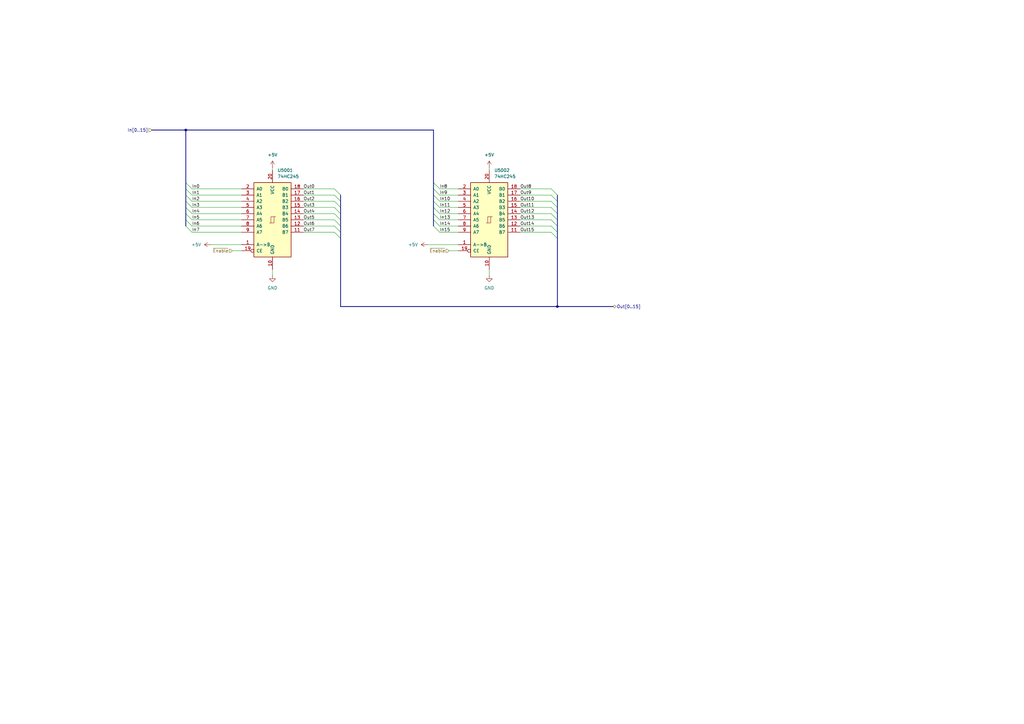
<source format=kicad_sch>
(kicad_sch (version 20231120) (generator "eeschema") (generator_version "8.0")
  (paper "A3")
  (lib_symbols
    (symbol "74xx:74HC245" (pin_names (offset 1.016))
      (property "Reference" "U" (at -7.62 16.51 0))
      (property "Value" "74HC245" (at -7.62 -16.51 0))
      (symbol "74HC245_1_0"
        (polyline (pts (xy -0.635 -1.27) (xy -0.635 1.27) (xy 0.635 1.27)))
        (polyline (pts (xy -1.27 -1.27) (xy 0.635 -1.27) (xy 0.635 1.27) (xy 1.27 1.27)))
        (pin input line (at -12.7 -10.16 0) (length 5.08) (name "A->B") (number "1"))
        (pin power_in line (at 0 -20.32 90) (length 5.08) (name "GND") (number "10"))
        (pin tri_state line (at 12.7 -5.08 180) (length 5.08) (name "B7") (number "11"))
        (pin tri_state line (at 12.7 -2.54 180) (length 5.08) (name "B6") (number "12"))
        (pin tri_state line (at 12.7 0 180) (length 5.08) (name "B5") (number "13"))
        (pin tri_state line (at 12.7 2.54 180) (length 5.08) (name "B4") (number "14"))
        (pin tri_state line (at 12.7 5.08 180) (length 5.08) (name "B3") (number "15"))
        (pin tri_state line (at 12.7 7.62 180) (length 5.08) (name "B2") (number "16"))
        (pin tri_state line (at 12.7 10.16 180) (length 5.08) (name "B1") (number "17"))
        (pin tri_state line (at 12.7 12.7 180) (length 5.08) (name "B0") (number "18"))
        (pin input inverted (at -12.7 -12.7 0) (length 5.08) (name "CE") (number "19"))
        (pin tri_state line (at -12.7 12.7 0) (length 5.08) (name "A0") (number "2"))
        (pin power_in line (at 0 20.32 270) (length 5.08) (name "VCC") (number "20"))
        (pin tri_state line (at -12.7 10.16 0) (length 5.08) (name "A1") (number "3"))
        (pin tri_state line (at -12.7 7.62 0) (length 5.08) (name "A2") (number "4"))
        (pin tri_state line (at -12.7 5.08 0) (length 5.08) (name "A3") (number "5"))
        (pin tri_state line (at -12.7 2.54 0) (length 5.08) (name "A4") (number "6"))
        (pin tri_state line (at -12.7 0 0) (length 5.08) (name "A5") (number "7"))
        (pin tri_state line (at -12.7 -2.54 0) (length 5.08) (name "A6") (number "8"))
        (pin tri_state line (at -12.7 -5.08 0) (length 5.08) (name "A7") (number "9"))
      )
      (symbol "74HC245_1_1"
        (rectangle (start -7.62 15.24) (end 7.62 -15.24) (stroke (width 0.254)) (fill (type background)))
      )
    )
    (symbol "power:+5V" (power) (pin_numbers hide) (pin_names (offset 0) hide)
      (property "Value" "+5V" (at 0 3.556 0))
      (symbol "+5V_0_1"
        (polyline (pts (xy -0.762 1.27) (xy 0 2.54)))
        (polyline (pts (xy 0 0) (xy 0 2.54)))
        (polyline (pts (xy 0 2.54) (xy 0.762 1.27)))
      )
      (symbol "+5V_1_1"
        (pin power_in line (at 0 0 90) (length 0) (name "~") (number "1"))
      )
    )
    (symbol "power:GND" (power) (pin_numbers hide) (pin_names (offset 0) hide)
      (property "Value" "GND" (at 0 -3.81 0))
      (symbol "GND_0_1"
        (polyline (pts (xy 0 0) (xy 0 -1.27) (xy 1.27 -1.27) (xy 0 -2.54) (xy -1.27 -1.27) (xy 0 -1.27)))
      )
      (symbol "GND_1_1"
        (pin power_in line (at 0 0 270) (length 0) (name "~") (number "1"))
      )
    )
  )
  (junction (at 228.6 125.73))
  (junction (at 76.2 53.34))
  (bus_entry (at 139.7 97.79) (size -2.54 -2.54))
  (bus_entry (at 139.7 90.17) (size -2.54 -2.54))
  (bus_entry (at 139.7 92.71) (size -2.54 -2.54))
  (bus_entry (at 228.6 97.79) (size -2.54 -2.54))
  (bus_entry (at 76.2 87.63) (size 2.54 2.54))
  (bus_entry (at 177.8 87.63) (size 2.54 2.54))
  (bus_entry (at 76.2 92.71) (size 2.54 2.54))
  (bus_entry (at 76.2 82.55) (size 2.54 2.54))
  (bus_entry (at 228.6 80.01) (size -2.54 -2.54))
  (bus_entry (at 139.7 85.09) (size -2.54 -2.54))
  (bus_entry (at 76.2 77.47) (size 2.54 2.54))
  (bus_entry (at 177.8 74.93) (size 2.54 2.54))
  (bus_entry (at 228.6 85.09) (size -2.54 -2.54))
  (bus_entry (at 139.7 80.01) (size -2.54 -2.54))
  (bus_entry (at 139.7 82.55) (size -2.54 -2.54))
  (bus_entry (at 76.2 90.17) (size 2.54 2.54))
  (bus_entry (at 228.6 92.71) (size -2.54 -2.54))
  (bus_entry (at 177.8 85.09) (size 2.54 2.54))
  (bus_entry (at 177.8 77.47) (size 2.54 2.54))
  (bus_entry (at 76.2 85.09) (size 2.54 2.54))
  (bus_entry (at 139.7 95.25) (size -2.54 -2.54))
  (bus_entry (at 228.6 87.63) (size -2.54 -2.54))
  (bus_entry (at 228.6 82.55) (size -2.54 -2.54))
  (bus_entry (at 228.6 90.17) (size -2.54 -2.54))
  (bus_entry (at 177.8 90.17) (size 2.54 2.54))
  (bus_entry (at 177.8 80.01) (size 2.54 2.54))
  (bus_entry (at 177.8 92.71) (size 2.54 2.54))
  (bus_entry (at 76.2 80.01) (size 2.54 2.54))
  (bus_entry (at 76.2 74.93) (size 2.54 2.54))
  (bus_entry (at 177.8 82.55) (size 2.54 2.54))
  (bus_entry (at 228.6 95.25) (size -2.54 -2.54))
  (bus_entry (at 139.7 87.63) (size -2.54 -2.54))
  (bus (pts (xy 228.6 80.01) (xy 228.6 82.55)))
  (bus (pts (xy 228.6 92.71) (xy 228.6 95.25)))
  (wire (pts (xy 213.36 87.63) (xy 226.06 87.63)))
  (wire (pts (xy 180.34 85.09) (xy 187.96 85.09)))
  (wire (pts (xy 124.46 92.71) (xy 137.16 92.71)))
  (wire (pts (xy 124.46 80.01) (xy 137.16 80.01)))
  (wire (pts (xy 124.46 82.55) (xy 137.16 82.55)))
  (bus (pts (xy 76.2 82.55) (xy 76.2 85.09)))
  (wire (pts (xy 180.34 77.47) (xy 187.96 77.47)))
  (bus (pts (xy 62.23 53.34) (xy 76.2 53.34)))
  (bus (pts (xy 228.6 85.09) (xy 228.6 87.63)))
  (bus (pts (xy 76.2 74.93) (xy 76.2 77.47)))
  (bus (pts (xy 228.6 125.73) (xy 251.46 125.73)))
  (wire (pts (xy 213.36 80.01) (xy 226.06 80.01)))
  (wire (pts (xy 175.26 100.33) (xy 187.96 100.33)))
  (wire (pts (xy 95.25 102.87) (xy 99.06 102.87)))
  (bus (pts (xy 139.7 87.63) (xy 139.7 90.17)))
  (wire (pts (xy 180.34 92.71) (xy 187.96 92.71)))
  (bus (pts (xy 76.2 53.34) (xy 177.8 53.34)))
  (bus (pts (xy 139.7 95.25) (xy 139.7 97.79)))
  (bus (pts (xy 177.8 90.17) (xy 177.8 92.71)))
  (wire (pts (xy 124.46 90.17) (xy 137.16 90.17)))
  (bus (pts (xy 76.2 90.17) (xy 76.2 92.71)))
  (bus (pts (xy 76.2 85.09) (xy 76.2 87.63)))
  (wire (pts (xy 213.36 85.09) (xy 226.06 85.09)))
  (bus (pts (xy 228.6 82.55) (xy 228.6 85.09)))
  (wire (pts (xy 78.74 87.63) (xy 99.06 87.63)))
  (wire (pts (xy 124.46 77.47) (xy 137.16 77.47)))
  (wire (pts (xy 180.34 82.55) (xy 187.96 82.55)))
  (wire (pts (xy 184.15 102.87) (xy 187.96 102.87)))
  (wire (pts (xy 180.34 80.01) (xy 187.96 80.01)))
  (bus (pts (xy 177.8 87.63) (xy 177.8 90.17)))
  (wire (pts (xy 213.36 77.47) (xy 226.06 77.47)))
  (bus (pts (xy 139.7 125.73) (xy 228.6 125.73)))
  (bus (pts (xy 177.8 77.47) (xy 177.8 80.01)))
  (bus (pts (xy 139.7 97.79) (xy 139.7 125.73)))
  (wire (pts (xy 78.74 85.09) (xy 99.06 85.09)))
  (wire (pts (xy 124.46 87.63) (xy 137.16 87.63)))
  (wire (pts (xy 111.76 68.58) (xy 111.76 69.85)))
  (wire (pts (xy 78.74 95.25) (xy 99.06 95.25)))
  (bus (pts (xy 177.8 74.93) (xy 177.8 77.47)))
  (wire (pts (xy 213.36 90.17) (xy 226.06 90.17)))
  (bus (pts (xy 76.2 53.34) (xy 76.2 74.93)))
  (bus (pts (xy 139.7 92.71) (xy 139.7 95.25)))
  (wire (pts (xy 213.36 82.55) (xy 226.06 82.55)))
  (bus (pts (xy 228.6 90.17) (xy 228.6 92.71)))
  (bus (pts (xy 228.6 95.25) (xy 228.6 97.79)))
  (bus (pts (xy 76.2 77.47) (xy 76.2 80.01)))
  (wire (pts (xy 78.74 77.47) (xy 99.06 77.47)))
  (wire (pts (xy 111.76 113.03) (xy 111.76 110.49)))
  (bus (pts (xy 177.8 80.01) (xy 177.8 82.55)))
  (wire (pts (xy 180.34 87.63) (xy 187.96 87.63)))
  (wire (pts (xy 200.66 68.58) (xy 200.66 69.85)))
  (wire (pts (xy 78.74 90.17) (xy 99.06 90.17)))
  (bus (pts (xy 76.2 80.01) (xy 76.2 82.55)))
  (wire (pts (xy 213.36 95.25) (xy 226.06 95.25)))
  (wire (pts (xy 180.34 95.25) (xy 187.96 95.25)))
  (wire (pts (xy 78.74 80.01) (xy 99.06 80.01)))
  (wire (pts (xy 78.74 82.55) (xy 99.06 82.55)))
  (wire (pts (xy 124.46 95.25) (xy 137.16 95.25)))
  (bus (pts (xy 139.7 82.55) (xy 139.7 85.09)))
  (wire (pts (xy 78.74 92.71) (xy 99.06 92.71)))
  (wire (pts (xy 124.46 85.09) (xy 137.16 85.09)))
  (wire (pts (xy 180.34 90.17) (xy 187.96 90.17)))
  (bus (pts (xy 228.6 97.79) (xy 228.6 125.73)))
  (bus (pts (xy 228.6 87.63) (xy 228.6 90.17)))
  (wire (pts (xy 86.36 100.33) (xy 99.06 100.33)))
  (bus (pts (xy 76.2 87.63) (xy 76.2 90.17)))
  (bus (pts (xy 139.7 85.09) (xy 139.7 87.63)))
  (bus (pts (xy 139.7 90.17) (xy 139.7 92.71)))
  (bus (pts (xy 177.8 53.34) (xy 177.8 74.93)))
  (bus (pts (xy 177.8 85.09) (xy 177.8 87.63)))
  (bus (pts (xy 139.7 80.01) (xy 139.7 82.55)))
  (wire (pts (xy 213.36 92.71) (xy 226.06 92.71)))
  (wire (pts (xy 200.66 113.03) (xy 200.66 110.49)))
  (bus (pts (xy 177.8 82.55) (xy 177.8 85.09)))
  (label "Out10" (at 213.36 82.55 0))
  (label "In5" (at 78.74 90.17 0))
  (label "In1" (at 78.74 80.01 0))
  (label "In9" (at 180.34 80.01 0))
  (label "In12" (at 180.34 87.63 0))
  (label "Out13" (at 213.36 90.17 0))
  (label "In15" (at 180.34 95.25 0))
  (label "In7" (at 78.74 95.25 0))
  (label "In6" (at 78.74 92.71 0))
  (label "In14" (at 180.34 92.71 0))
  (label "Out9" (at 213.36 80.01 0))
  (label "Out5" (at 124.46 90.17 0))
  (label "In3" (at 78.74 85.09 0))
  (label "Out11" (at 213.36 85.09 0))
  (label "Out6" (at 124.46 92.71 0))
  (label "In8" (at 180.34 77.47 0))
  (label "Out0" (at 124.46 77.47 0))
  (label "In11" (at 180.34 85.09 0))
  (label "Out4" (at 124.46 87.63 0))
  (label "In13" (at 180.34 90.17 0))
  (label "Out8" (at 213.36 77.47 0))
  (label "In0" (at 78.74 77.47 0))
  (label "Out3" (at 124.46 85.09 0))
  (label "Out2" (at 124.46 82.55 0))
  (label "In10" (at 180.34 82.55 0))
  (label "In4" (at 78.74 87.63 0))
  (label "Out1" (at 124.46 80.01 0))
  (label "In2" (at 78.74 82.55 0))
  (label "Out15" (at 213.36 95.25 0))
  (label "Out12" (at 213.36 87.63 0))
  (label "Out7" (at 124.46 95.25 0))
  (label "Out14" (at 213.36 92.71 0))
  (hierarchical_label "Out[0..15]" (shape tri_state) (at 251.46 125.73 0))
  (hierarchical_label "In[0..15]" (shape input) (at 62.23 53.34 180))
  (hierarchical_label "~{Enable}" (shape input) (at 95.25 102.87 180))
  (hierarchical_label "~{Enable}" (shape input) (at 184.15 102.87 180))
  (symbol (lib_id "power:+5V") (at 200.66 68.58 0) (unit 1)
    (property "Reference" "#PWR05005" (effects (hide yes)))
    (property "Value" "+5V" (at 200.66 63.5 0))
    (property "Description" "Power symbol creates a global label with name \"+5V\"" (effects (hide yes)))
  )
  (symbol (lib_id "power:GND") (at 200.66 113.03 0) (unit 1)
    (property "Reference" "#PWR05006" (effects (hide yes)))
    (property "Value" "GND" (at 200.66 118.11 0))
    (property "Description" "Power symbol creates a global label with name \"GND\" , ground" (effects (hide yes)))
  )
  (symbol (lib_id "power:+5V") (at 86.36 100.33 90) (unit 1)
    (property "Reference" "#PWR05001" (effects (hide yes)))
    (property "Value" "+5V" (at 82.55 100.3299 90) (effects (justify left)))
    (property "Description" "Power symbol creates a global label with name \"+5V\"" (effects (hide yes)))
  )
  (symbol (lib_id "74xx:74HC245") (at 200.66 90.17 0) (unit 1)
    (property "Reference" "U5002" (at 202.6794 69.85 0) (effects (justify left)))
    (property "Value" "74HC245" (at 202.6794 72.39 0) (effects (justify left)))
    (property "Footprint" "Package_SO:SOIC-20W_7.5x12.8mm_P1.27mm" (effects (hide yes)))
    (property "Datasheet" "http://www.ti.com/lit/gpn/sn74HC245" (effects (hide yes)))
    (property "LCSC" "C5625" (effects (hide yes)))
  )
  (symbol (lib_id "power:+5V") (at 175.26 100.33 90) (unit 1)
    (property "Reference" "#PWR05004" (effects (hide yes)))
    (property "Value" "+5V" (at 171.45 100.3299 90) (effects (justify left)))
    (property "Description" "Power symbol creates a global label with name \"+5V\"" (effects (hide yes)))
  )
  (symbol (lib_id "power:GND") (at 111.76 113.03 0) (unit 1)
    (property "Reference" "#PWR05003" (effects (hide yes)))
    (property "Value" "GND" (at 111.76 118.11 0))
    (property "Description" "Power symbol creates a global label with name \"GND\" , ground" (effects (hide yes)))
  )
  (symbol (lib_id "74xx:74HC245") (at 111.76 90.17 0) (unit 1)
    (property "Reference" "U5001" (at 113.7794 69.85 0) (effects (justify left)))
    (property "Value" "74HC245" (at 113.7794 72.39 0) (effects (justify left)))
    (property "Footprint" "Package_SO:SOIC-20W_7.5x12.8mm_P1.27mm" (effects (hide yes)))
    (property "Datasheet" "http://www.ti.com/lit/gpn/sn74HC245" (effects (hide yes)))
    (property "LCSC" "C5625" (effects (hide yes)))
  )
  (symbol (lib_id "power:+5V") (at 111.76 68.58 0) (unit 1)
    (property "Reference" "#PWR05002" (effects (hide yes)))
    (property "Value" "+5V" (at 111.76 63.5 0))
    (property "Description" "Power symbol creates a global label with name \"+5V\"" (effects (hide yes)))
  )
)
</source>
